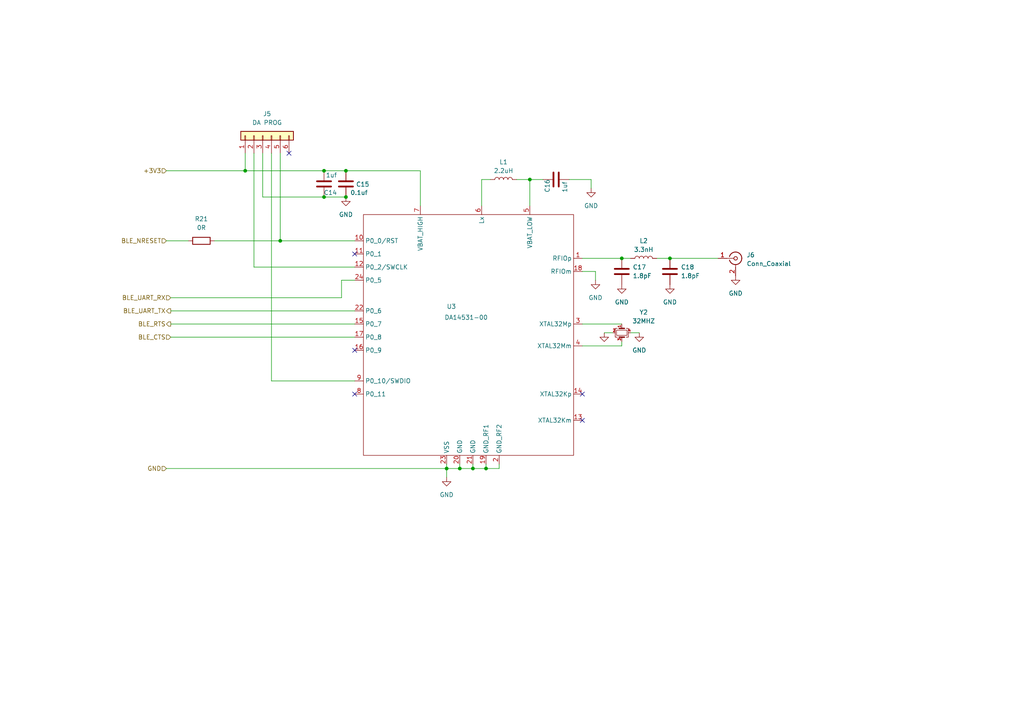
<source format=kicad_sch>
(kicad_sch (version 20230121) (generator eeschema)
  (paper "A4")
  (title_block (rev "R0.1") (company "Up&Up") (comment 1 "Engineer: Pooh Cook") (comment 2 "Waddle Test Design"))
  (lib_symbols
    (symbol "Connector:Conn_Coaxial" (pin_names (offset 1.016) hide)
      (property "Reference" "J" (at 0.254 3.048 0))
      (property "Value" "Conn_Coaxial" (at 2.921 0 90))
      (symbol "Conn_Coaxial_0_1"
        (arc (start -1.778 -0.508) (mid 0.2311 -1.8066) (end 1.778 0) (stroke (width 0.254)))
        (polyline (pts (xy -2.54 0) (xy -0.508 0)))
        (polyline (pts (xy 0 -2.54) (xy 0 -1.778)))
        (circle (center 0 0) (radius 0.508) (stroke (width 0.2032)))
        (arc (start 1.778 0) (mid 0.2099 1.8101) (end -1.778 0.508) (stroke (width 0.254)))
      )
      (symbol "Conn_Coaxial_1_1"
        (pin passive line (at -5.08 0 0) (length 2.54) (name "In") (number "1"))
        (pin passive line (at 0 -5.08 90) (length 2.54) (name "Ext") (number "2"))
      )
    )
    (symbol "Connector_Generic:Conn_01x06" (pin_names (offset 1.016) hide)
      (property "Reference" "J" (at 0 7.62 0))
      (property "Value" "Conn_01x06" (at 0 -10.16 0))
      (symbol "Conn_01x06_1_1"
        (rectangle (start -1.27 -7.493) (end 0 -7.747) (stroke (width 0.1524)))
        (rectangle (start -1.27 -4.953) (end 0 -5.207) (stroke (width 0.1524)))
        (rectangle (start -1.27 -2.413) (end 0 -2.667) (stroke (width 0.1524)))
        (rectangle (start -1.27 0.127) (end 0 -0.127) (stroke (width 0.1524)))
        (rectangle (start -1.27 2.667) (end 0 2.413) (stroke (width 0.1524)))
        (rectangle (start -1.27 5.207) (end 0 4.953) (stroke (width 0.1524)))
        (rectangle (start -1.27 6.35) (end 1.27 -8.89) (stroke (width 0.254)) (fill (type background)))
        (pin passive line (at -5.08 5.08 0) (length 3.81) (name "Pin_1") (number "1"))
        (pin passive line (at -5.08 2.54 0) (length 3.81) (name "Pin_2") (number "2"))
        (pin passive line (at -5.08 0 0) (length 3.81) (name "Pin_3") (number "3"))
        (pin passive line (at -5.08 -2.54 0) (length 3.81) (name "Pin_4") (number "4"))
        (pin passive line (at -5.08 -5.08 0) (length 3.81) (name "Pin_5") (number "5"))
        (pin passive line (at -5.08 -7.62 0) (length 3.81) (name "Pin_6") (number "6"))
      )
    )
    (symbol "Device:C" (pin_numbers hide) (pin_names (offset 0.254))
      (property "Reference" "C" (at 0.635 2.54 0))
      (property "Value" "C" (at 0.635 -2.54 0))
      (symbol "C_0_1"
        (polyline (pts (xy -2.032 -0.762) (xy 2.032 -0.762)) (stroke (width 0.508)))
        (polyline (pts (xy -2.032 0.762) (xy 2.032 0.762)) (stroke (width 0.508)))
      )
      (symbol "C_1_1"
        (pin passive line (at 0 3.81 270) (length 2.794) (name "~") (number "1"))
        (pin passive line (at 0 -3.81 90) (length 2.794) (name "~") (number "2"))
      )
    )
    (symbol "Device:Crystal_GND24_Small" (pin_names (offset 1.016) hide)
      (property "Reference" "Y" (at 1.27 4.445 0))
      (property "Value" "Crystal_GND24_Small" (at 1.27 2.54 0))
      (symbol "Crystal_GND24_Small_0_1"
        (rectangle (start -0.762 -1.524) (end 0.762 1.524))
        (polyline (pts (xy -1.27 -0.762) (xy -1.27 0.762)) (stroke (width 0.381)))
        (polyline (pts (xy 1.27 -0.762) (xy 1.27 0.762)) (stroke (width 0.381)))
        (polyline (pts (xy -1.27 -1.27) (xy -1.27 -1.905) (xy 1.27 -1.905) (xy 1.27 -1.27)))
        (polyline (pts (xy -1.27 1.27) (xy -1.27 1.905) (xy 1.27 1.905) (xy 1.27 1.27)))
      )
      (symbol "Crystal_GND24_Small_1_1"
        (pin passive line (at -2.54 0 0) (length 1.27) (name "1") (number "1"))
        (pin passive line (at 0 -2.54 90) (length 0.635) (name "2") (number "2"))
        (pin passive line (at 2.54 0 180) (length 1.27) (name "3") (number "3"))
        (pin passive line (at 0 2.54 270) (length 0.635) (name "4") (number "4"))
      )
    )
    (symbol "Device:L" (pin_numbers hide) (pin_names (offset 1.016) hide)
      (property "Reference" "L" (at -1.27 0 90))
      (property "Value" "L" (at 1.905 0 90))
      (symbol "L_0_1"
        (arc (start 0 -2.54) (mid 0.6323 -1.905) (end 0 -1.27))
        (arc (start 0 -1.27) (mid 0.6323 -0.635) (end 0 0))
        (arc (start 0 0) (mid 0.6323 0.635) (end 0 1.27))
        (arc (start 0 1.27) (mid 0.6323 1.905) (end 0 2.54))
      )
      (symbol "L_1_1"
        (pin passive line (at 0 3.81 270) (length 1.27) (name "1") (number "1"))
        (pin passive line (at 0 -3.81 90) (length 1.27) (name "2") (number "2"))
      )
    )
    (symbol "Device:R" (pin_numbers hide) (pin_names (offset 0))
      (property "Reference" "R" (at 2.032 0 90))
      (property "Value" "R" (at 0 0 90))
      (symbol "R_0_1"
        (rectangle (start -1.016 -2.54) (end 1.016 2.54) (stroke (width 0.254)))
      )
      (symbol "R_1_1"
        (pin passive line (at 0 3.81 270) (length 1.27) (name "~") (number "1"))
        (pin passive line (at 0 -3.81 90) (length 1.27) (name "~") (number "2"))
      )
    )
    (symbol "local:DA14531"
      (property "Reference" "U?" (at -39.37 36.83 0))
      (property "Value" "DA14531-00" (at -34.29 34.29 0))
      (symbol "DA14531_1_1"
        (rectangle (start -36.83 31.75) (end 24.13 -38.1))
        (pin output line (at 26.67 19.05 180) (length 2.54) (name "RFIOp") (number "1"))
        (pin bidirectional line (at -39.37 24.13 0) (length 2.54) (name "P0_0/RST") (number "10"))
        (pin bidirectional line (at -39.37 20.32 0) (length 2.54) (name "P0_1") (number "11"))
        (pin bidirectional line (at -39.37 16.51 0) (length 2.54) (name "P0_2/SWCLK") (number "12"))
        (pin passive line (at 26.67 -27.94 180) (length 2.54) (name "XTAL32Km") (number "13"))
        (pin passive line (at 26.67 -20.32 180) (length 2.54) (name "XTAL32Kp") (number "14"))
        (pin bidirectional line (at -39.37 0 0) (length 2.54) (name "P0_7") (number "15"))
        (pin bidirectional line (at -39.37 -7.62 0) (length 2.54) (name "P0_9") (number "16"))
        (pin bidirectional line (at -39.37 -3.81 0) (length 2.54) (name "P0_8") (number "17"))
        (pin input line (at 26.67 15.24 180) (length 2.54) (name "RFIOm") (number "18"))
        (pin input line (at -1.27 -40.64 90) (length 2.54) (name "GND_RF1") (number "19"))
        (pin input line (at 2.54 -40.64 90) (length 2.54) (name "GND_RF2") (number "2"))
        (pin power_in line (at -8.89 -40.64 90) (length 2.54) (name "GND") (number "20"))
        (pin power_in line (at -5.08 -40.64 90) (length 2.54) (name "GND") (number "21"))
        (pin bidirectional line (at -39.37 3.81 0) (length 2.54) (name "P0_6") (number "22"))
        (pin power_in line (at -12.7 -40.64 90) (length 2.54) (name "VSS") (number "23"))
        (pin bidirectional line (at -39.37 12.7 0) (length 2.54) (name "P0_5") (number "24"))
        (pin passive line (at 26.67 0 180) (length 2.54) (name "XTAL32Mp") (number "3"))
        (pin passive line (at 26.67 -6.35 180) (length 2.54) (name "XTAL32Mm") (number "4"))
        (pin passive line (at 11.43 34.29 270) (length 2.54) (name "VBAT_LOW") (number "5"))
        (pin passive line (at -2.54 34.29 270) (length 2.54) (name "Lx") (number "6"))
        (pin power_in line (at -20.32 34.29 270) (length 2.54) (name "VBAT_HIGH") (number "7"))
        (pin bidirectional line (at -39.37 -20.32 0) (length 2.54) (name "P0_11") (number "8"))
        (pin bidirectional line (at -39.37 -16.51 0) (length 2.54) (name "P0_10/SWDIO") (number "9"))
      )
    )
    (symbol "power:GND" (power) (pin_names (offset 0))
      (property "Value" "GND" (at 0 -3.81 0))
      (symbol "GND_0_1"
        (polyline (pts (xy 0 0) (xy 0 -1.27) (xy 1.27 -1.27) (xy 0 -2.54) (xy -1.27 -1.27) (xy 0 -1.27)))
      )
      (symbol "GND_1_1"
        (pin power_in line (at 0 0 270) (length 0) hide (name "GND") (number "1"))
      )
    )
  )
  (junction (at 81.28 69.85))
  (junction (at 93.98 57.15))
  (junction (at 133.35 135.89))
  (junction (at 100.33 49.53))
  (junction (at 71.12 49.53))
  (junction (at 140.97 135.89))
  (junction (at 129.54 135.89))
  (junction (at 194.31 74.93))
  (junction (at 93.98 49.53))
  (junction (at 153.67 52.07))
  (junction (at 180.34 74.93))
  (junction (at 137.16 135.89))
  (junction (at 100.33 57.15))
  (no_connect (at 168.91 121.92))
  (no_connect (at 102.87 73.66))
  (no_connect (at 168.91 114.3))
  (no_connect (at 102.87 101.6))
  (no_connect (at 83.82 44.45))
  (no_connect (at 102.87 114.3))
  (wire (pts (xy 182.88 96.52) (xy 185.42 96.52)))
  (wire (pts (xy 73.66 44.45) (xy 73.66 77.47)))
  (wire (pts (xy 99.06 86.36) (xy 49.53 86.36)))
  (wire (pts (xy 190.5 74.93) (xy 194.31 74.93)))
  (wire (pts (xy 140.97 135.89) (xy 144.78 135.89)))
  (wire (pts (xy 48.26 135.89) (xy 129.54 135.89)))
  (wire (pts (xy 48.26 69.85) (xy 54.61 69.85)))
  (wire (pts (xy 76.2 57.15) (xy 93.98 57.15)))
  (wire (pts (xy 144.78 135.89) (xy 144.78 134.62)))
  (wire (pts (xy 180.34 99.06) (xy 180.34 100.33)))
  (wire (pts (xy 49.53 93.98) (xy 102.87 93.98)))
  (wire (pts (xy 121.92 59.69) (xy 121.92 49.53)))
  (wire (pts (xy 168.91 78.74) (xy 172.72 78.74)))
  (wire (pts (xy 73.66 77.47) (xy 102.87 77.47)))
  (wire (pts (xy 93.98 49.53) (xy 100.33 49.53)))
  (wire (pts (xy 78.74 44.45) (xy 78.74 110.49)))
  (wire (pts (xy 129.54 135.89) (xy 133.35 135.89)))
  (wire (pts (xy 175.26 96.52) (xy 177.8 96.52)))
  (wire (pts (xy 139.7 52.07) (xy 139.7 59.69)))
  (wire (pts (xy 102.87 81.28) (xy 99.06 81.28)))
  (wire (pts (xy 129.54 134.62) (xy 129.54 135.89)))
  (wire (pts (xy 133.35 135.89) (xy 137.16 135.89)))
  (wire (pts (xy 153.67 52.07) (xy 153.67 59.69)))
  (wire (pts (xy 71.12 44.45) (xy 71.12 49.53)))
  (wire (pts (xy 165.1 52.07) (xy 171.45 52.07)))
  (wire (pts (xy 129.54 135.89) (xy 129.54 138.43)))
  (wire (pts (xy 194.31 74.93) (xy 208.28 74.93)))
  (wire (pts (xy 133.35 134.62) (xy 133.35 135.89)))
  (wire (pts (xy 153.67 52.07) (xy 157.48 52.07)))
  (wire (pts (xy 81.28 44.45) (xy 81.28 69.85)))
  (wire (pts (xy 81.28 69.85) (xy 102.87 69.85)))
  (wire (pts (xy 139.7 52.07) (xy 142.24 52.07)))
  (wire (pts (xy 62.23 69.85) (xy 81.28 69.85)))
  (wire (pts (xy 168.91 74.93) (xy 180.34 74.93)))
  (wire (pts (xy 137.16 135.89) (xy 140.97 135.89)))
  (wire (pts (xy 49.53 97.79) (xy 102.87 97.79)))
  (wire (pts (xy 99.06 81.28) (xy 99.06 86.36)))
  (wire (pts (xy 100.33 49.53) (xy 121.92 49.53)))
  (wire (pts (xy 48.26 49.53) (xy 71.12 49.53)))
  (wire (pts (xy 78.74 110.49) (xy 102.87 110.49)))
  (wire (pts (xy 180.34 100.33) (xy 168.91 100.33)))
  (wire (pts (xy 180.34 93.98) (xy 168.91 93.98)))
  (wire (pts (xy 93.98 57.15) (xy 100.33 57.15)))
  (wire (pts (xy 140.97 134.62) (xy 140.97 135.89)))
  (wire (pts (xy 76.2 44.45) (xy 76.2 57.15)))
  (wire (pts (xy 172.72 78.74) (xy 172.72 81.28)))
  (wire (pts (xy 49.53 90.17) (xy 102.87 90.17)))
  (wire (pts (xy 149.86 52.07) (xy 153.67 52.07)))
  (wire (pts (xy 171.45 52.07) (xy 171.45 54.61)))
  (wire (pts (xy 180.34 74.93) (xy 182.88 74.93)))
  (wire (pts (xy 71.12 49.53) (xy 93.98 49.53)))
  (wire (pts (xy 137.16 134.62) (xy 137.16 135.89)))
  (hierarchical_label "BLE_CTS" (shape input) (at 49.53 97.79 180))
  (hierarchical_label "BLE_RTS" (shape output) (at 49.53 93.98 180))
  (hierarchical_label "BLE_UART_RX" (shape input) (at 49.53 86.36 180))
  (hierarchical_label "BLE_UART_TX" (shape output) (at 49.53 90.17 180))
  (hierarchical_label "+3V3" (shape input) (at 48.26 49.53 180))
  (hierarchical_label "BLE_NRESET" (shape input) (at 48.26 69.85 180))
  (hierarchical_label "GND" (shape input) (at 48.26 135.89 180))
  (symbol (lib_id "Device:Crystal_GND24_Small") (at 180.34 96.52 270) (unit 1)
    (property "Reference" "Y2" (at 186.69 90.5763 90))
    (property "Value" "32MHZ" (at 186.69 93.1163 90))
    (property "Footprint" "Crystal:Crystal_SMD_3225-4Pin_3.2x2.5mm" (effects hide))
    (property "LCSC Part Number" "C498199" (effects hide))
    (property "PartNumber" "TZ0375B" (effects hide))
  )
  (symbol (lib_id "power:GND") (at 172.72 81.28 0) (unit 1)
    (property "Reference" "#PWR013" (effects hide))
    (property "Value" "GND" (at 172.72 86.36 0))
    (instances (project "waddle" (path "" (reference "#PWR013") (unit 1))) (project "lumpy" (path "" (reference "#PWR020") (unit 1))))
  )
  (symbol (lib_id "Device:C") (at 100.33 53.34 0) (unit 1)
    (property "Reference" "C15" (at 103.251 53.467 0) (effects (justify left)))
    (property "Value" "0.1uf" (at 101.6 55.88 0) (effects (justify left)))
    (property "Footprint" "Capacitor_SMD:C_0603_1608Metric" (effects hide))
    (property "LCSC Part Number" "C14663" (effects hide))
    (property "PartNumber" "CC0603KRX7R9BB104" (effects hide))
    (property "cost" "0.0013" (effects hide))
    (instances (project "waddle" (path "" (reference "C15") (unit 1))) (project "lumpy" (path "" (reference "C4") (unit 1)) (path "" (reference "C41") (unit 1))))
  )
  (symbol (lib_id "Device:C") (at 180.34 78.74 0) (unit 1)
    (property "Reference" "C17" (at 183.515 77.47 0) (effects (justify left)))
    (property "Value" "1.8pF" (at 183.515 80.01 0) (effects (justify left)))
    (property "Footprint" "Capacitor_SMD:C_0603_1608Metric" (effects hide))
    (property "LCSC Part Number" "C565610" (effects hide))
    (property "PartNumber" "FN18N1R8B500PSG" (effects hide))
    (instances (project "waddle" (path "" (reference "C17") (unit 1))) (project "lumpy" (path "" (reference "C43") (unit 1))))
  )
  (symbol (lib_id "power:GND") (at 213.36 80.01 0) (unit 1)
    (property "Reference" "#PWR018" (effects hide))
    (property "Value" "GND" (at 213.36 85.09 0))
    (instances (project "waddle" (path "" (reference "#PWR018") (unit 1))) (project "lumpy" (path "" (reference "#PWR025") (unit 1))))
  )
  (symbol (lib_id "power:GND") (at 180.34 82.55 0) (unit 1)
    (property "Reference" "#PWR015" (effects hide))
    (property "Value" "GND" (at 180.34 87.63 0))
    (instances (project "waddle" (path "" (reference "#PWR015") (unit 1))) (project "lumpy" (path "" (reference "#PWR022") (unit 1))))
  )
  (symbol (lib_id "Device:L") (at 186.69 74.93 90) (unit 1)
    (property "Reference" "L2" (at 186.69 69.85 90))
    (property "Value" "3.3nH" (at 186.69 72.39 90))
    (property "Footprint" "Inductor_SMD:L_0603_1608Metric" (effects hide))
    (property "LCSC Part Number" "C317981" (effects hide))
    (property "PartNumber" "FHW0603UC3N3KST" (effects hide))
    (instances (project "waddle" (path "" (reference "L2") (unit 1))) (project "lumpy" (path "" (reference "L4") (unit 1))))
  )
  (symbol (lib_id "Connector:Conn_Coaxial") (at 213.36 74.93 0) (unit 1)
    (property "Reference" "J6" (at 216.535 73.9532 0) (effects (justify left)))
    (property "Value" "Conn_Coaxial" (at 216.535 76.4932 0) (effects (justify left)))
    (property "Footprint" "local:SMA_EdgeMount_Horizontal" (effects hide))
    (property "Datasheet" " ~" (effects hide))
    (property "LCSC Part Number" "C914558" (effects hide))
    (property "PartNumber" "SMA-KE-P903" (effects hide))
    (instances (project "waddle" (path "" (reference "J6") (unit 1))) (project "lumpy" (path "" (reference "J9") (unit 1))))
  )
  (symbol (lib_id "Device:C") (at 194.31 78.74 0) (unit 1)
    (property "Reference" "C18" (at 197.485 77.47 0) (effects (justify left)))
    (property "Value" "1.8pF" (at 197.485 80.01 0) (effects (justify left)))
    (property "Footprint" "Capacitor_SMD:C_0603_1608Metric" (effects hide))
    (property "LCSC Part Number" "C565610" (effects hide))
    (property "PartNumber" "FN18N1R8B500PSG" (effects hide))
    (instances (project "waddle" (path "" (reference "C18") (unit 1))) (project "lumpy" (path "" (reference "C44") (unit 1))))
  )
  (symbol (lib_id "Device:L") (at 146.05 52.07 90) (unit 1)
    (property "Reference" "L1" (at 146.05 46.99 90))
    (property "Value" "2.2uH" (at 146.05 49.53 90))
    (property "Footprint" "Inductor_SMD:L_0603_1608Metric" (effects hide))
    (property "LCSC Part Number" "C98327" (effects hide))
    (property "PartNumber" "MPL1608S2R2MHT" (effects hide))
    (instances (project "waddle" (path "" (reference "L1") (unit 1))) (project "lumpy" (path "" (reference "L3") (unit 1))))
  )
  (symbol (lib_id "Device:C") (at 161.29 52.07 90) (mirror x) (unit 1)
    (property "Reference" "C16" (at 158.75 55.88 0) (effects (justify right)))
    (property "Value" "1uf" (at 163.83 55.88 0) (effects (justify right)))
    (property "Footprint" "Capacitor_SMD:C_0603_1608Metric" (effects hide))
    (property "Datasheet" "Samsung-Electro-Mechanics-CL21B105KBFNNNE_C28323.pdf" (effects hide))
    (property "PartNumber" "CL10A105KB8NNNC" (effects hide))
    (property "LCSC Part Number" "C15849" (effects hide))
    (property "cost" "0.0031" (effects hide))
    (instances (project "waddle" (path "" (reference "C16") (unit 1))) (project "SCH_SB4_TestFixture" (path "" (reference "C42") (unit 1))) (project "sb4_module" (path "" (reference "C42") (unit 1))) (project "lumpy" (path "" (reference "C42") (unit 1)) (path "" (reference "C42") (unit 1))))
  )
  (symbol (lib_id "power:GND") (at 129.54 138.43 0) (unit 1)
    (property "Reference" "#PWR011" (effects hide))
    (property "Value" "GND" (at 129.54 143.51 0))
    (instances (project "waddle" (path "" (reference "#PWR011") (unit 1))) (project "lumpy" (path "" (reference "#PWR018") (unit 1))))
  )
  (symbol (lib_id "power:GND") (at 171.45 54.61 0) (unit 1)
    (property "Reference" "#PWR012" (effects hide))
    (property "Value" "GND" (at 171.45 59.69 0))
    (instances (project "waddle" (path "" (reference "#PWR012") (unit 1))) (project "lumpy" (path "" (reference "#PWR019") (unit 1))))
  )
  (symbol (lib_id "Device:C") (at 93.98 53.34 0) (mirror x) (unit 1)
    (property "Reference" "C14" (at 97.79 55.88 0) (effects (justify right)))
    (property "Value" "1uf" (at 97.79 50.8 0) (effects (justify right)))
    (property "Footprint" "Capacitor_SMD:C_0603_1608Metric" (effects hide))
    (property "Datasheet" "Samsung-Electro-Mechanics-CL21B105KBFNNNE_C28323.pdf" (effects hide))
    (property "PartNumber" "CL10A105KB8NNNC" (effects hide))
    (property "LCSC Part Number" "C15849" (effects hide))
    (property "cost" "0.0031" (effects hide))
    (instances (project "waddle" (path "" (reference "C14") (unit 1))) (project "SCH_SB4_TestFixture" (path "" (reference "C42") (unit 1))) (project "sb4_module" (path "" (reference "C42") (unit 1))) (project "lumpy" (path "" (reference "C42") (unit 1)) (path "" (reference "C40") (unit 1))))
  )
  (symbol (lib_id "power:GND") (at 194.31 82.55 0) (unit 1)
    (property "Reference" "#PWR017" (effects hide))
    (property "Value" "GND" (at 194.31 87.63 0))
    (instances (project "waddle" (path "" (reference "#PWR017") (unit 1))) (project "lumpy" (path "" (reference "#PWR024") (unit 1))))
  )
  (symbol (lib_id "power:GND") (at 185.42 96.52 0) (unit 1)
    (property "Reference" "#PWR016" (effects hide))
    (property "Value" "GND" (at 185.42 101.6 0))
    (instances (project "waddle" (path "" (reference "#PWR016") (unit 1))) (project "lumpy" (path "" (reference "#PWR023") (unit 1))))
  )
  (symbol (lib_id "power:GND") (at 175.26 96.52 0) (unit 1)
    (property "Reference" "#PWR014" (effects hide))
    (property "Value" "GND" (effects hide))
    (instances (project "waddle" (path "" (reference "#PWR014") (unit 1))) (project "lumpy" (path "" (reference "#PWR021") (unit 1))))
  )
  (symbol (lib_id "local:DA14531") (at 142.24 93.98 0) (unit 1)
    (property "Reference" "U3" (at 129.54 88.9 0) (effects (justify left)))
    (property "Value" "DA14531-00" (at 128.905 92.075 0) (effects (justify left)))
    (property "Footprint" "local:FCGQFN24" (effects hide))
    (instances (project "waddle" (path "" (reference "U3") (unit 1))) (project "lumpy" (path "" (reference "U5") (unit 1))))
  )
  (symbol (lib_id "power:GND") (at 100.33 57.15 0) (unit 1)
    (property "Reference" "#PWR010" (effects hide))
    (property "Value" "GND" (at 100.33 62.23 0))
    (instances (project "waddle" (path "" (reference "#PWR010") (unit 1))) (project "lumpy" (path "" (reference "#PWR017") (unit 1))))
  )
  (symbol (lib_id "Connector_Generic:Conn_01x06") (at 76.2 39.37 90) (unit 1)
    (property "Reference" "J5" (at 77.47 33.02 90))
    (property "Value" "DA PROG" (at 77.47 35.56 90))
    (property "Footprint" "local:CONN_20021221-00006T4LF_AMP" (effects hide))
    (instances (project "waddle" (path "" (reference "J5") (unit 1))) (project "lumpy" (path "" (reference "J8") (unit 1))))
  )
  (symbol (lib_id "Device:R") (at 58.42 69.85 270) (unit 1)
    (property "Reference" "R21" (at 58.42 63.5 90))
    (property "Value" "0R" (at 58.42 66.04 90))
    (property "Footprint" "Resistor_SMD:R_0603_1608Metric" (effects hide))
    (property "LCSC Part Number" "C115304" (effects hide))
    (property "PartNumber" "RS-03000JT" (effects hide))
    (property "cost" "0.0007" (effects hide))
    (instances (project "waddle" (path "" (reference "R21") (unit 1)) (path "" (reference "R23") (unit 1))) (project "SCH_SB4_TestFixture" (path "" (reference "R97") (unit 1))) (project "sb4_module" (path "" (reference "R27") (unit 1)) (path "" (reference "R93") (unit 1))) (project "lumpy" (path "" (reference "R1") (unit 1))))
  )
)
</source>
